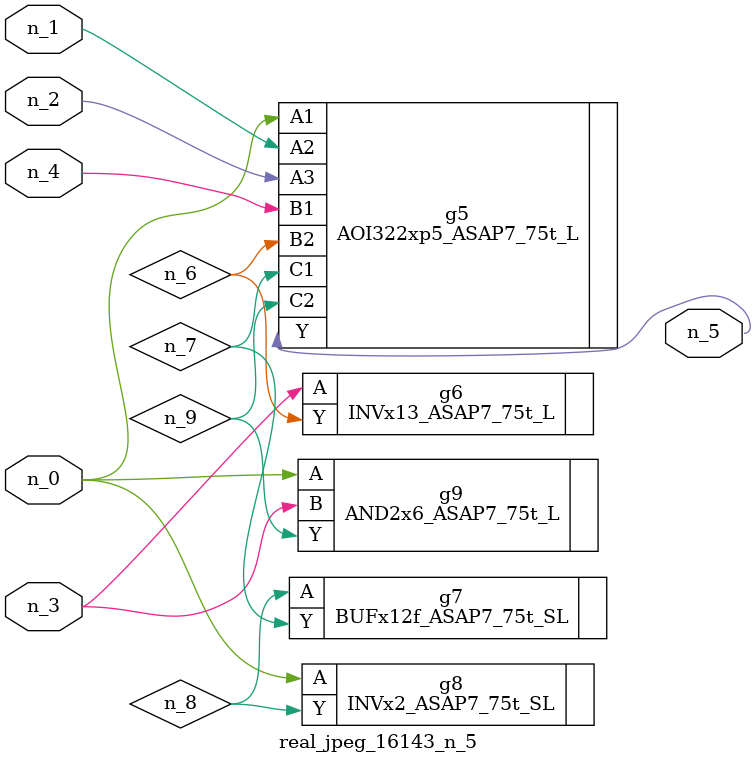
<source format=v>
module real_jpeg_16143_n_5 (n_4, n_0, n_1, n_2, n_3, n_5);

input n_4;
input n_0;
input n_1;
input n_2;
input n_3;

output n_5;

wire n_8;
wire n_6;
wire n_7;
wire n_9;

AOI322xp5_ASAP7_75t_L g5 ( 
.A1(n_0),
.A2(n_1),
.A3(n_2),
.B1(n_4),
.B2(n_6),
.C1(n_7),
.C2(n_9),
.Y(n_5)
);

INVx2_ASAP7_75t_SL g8 ( 
.A(n_0),
.Y(n_8)
);

AND2x6_ASAP7_75t_L g9 ( 
.A(n_0),
.B(n_3),
.Y(n_9)
);

INVx13_ASAP7_75t_L g6 ( 
.A(n_3),
.Y(n_6)
);

BUFx12f_ASAP7_75t_SL g7 ( 
.A(n_8),
.Y(n_7)
);


endmodule
</source>
